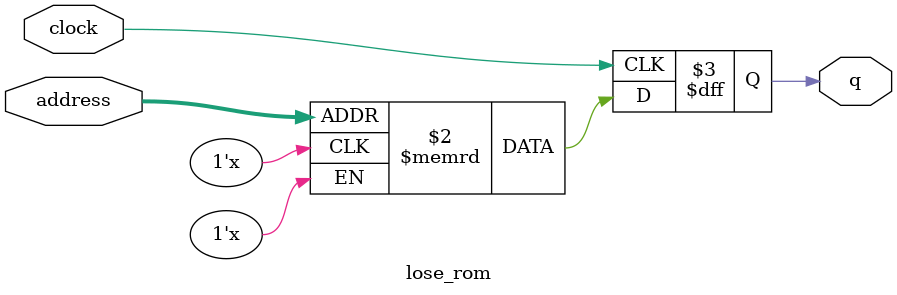
<source format=sv>
module lose_rom (
	input logic clock,
	input logic [16:0] address,
	output logic [0:0] q
);

logic [0:0] memory [0:115199] /* synthesis ram_init_file = "./lose/lose.mif" */;

always_ff @ (posedge clock) begin
	q <= memory[address];
end

endmodule

</source>
